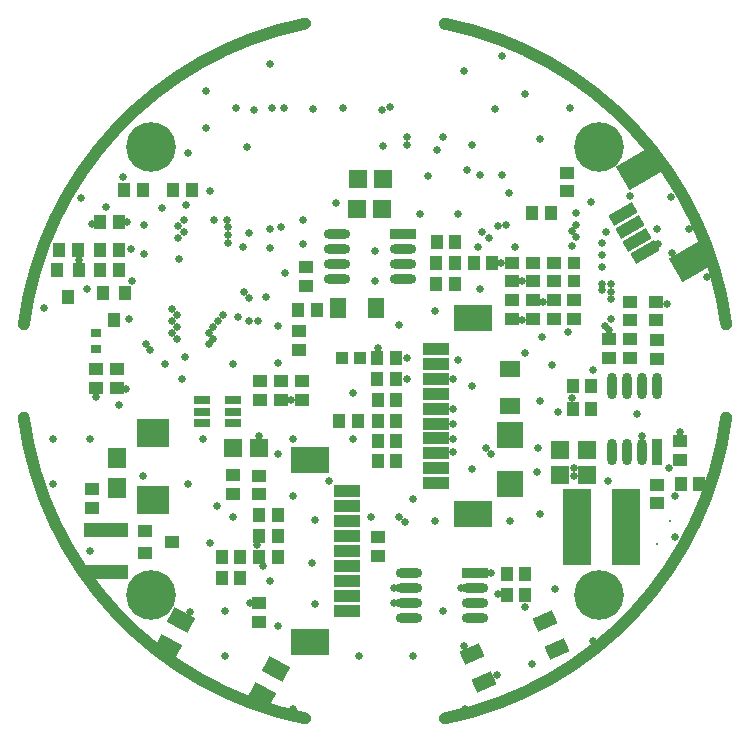
<source format=gbs>
%FSLAX44Y44*%
%MOMM*%
G71*
G01*
G75*
G04 Layer_Color=16711935*
%ADD10R,1.3500X0.3000*%
%ADD11R,1.3500X0.2500*%
%ADD12R,0.5000X1.7000*%
G04:AMPARAMS|DCode=13|XSize=0.32mm|YSize=1.7mm|CornerRadius=0.08mm|HoleSize=0mm|Usage=FLASHONLY|Rotation=0.000|XOffset=0mm|YOffset=0mm|HoleType=Round|Shape=RoundedRectangle|*
%AMROUNDEDRECTD13*
21,1,0.3200,1.5400,0,0,0.0*
21,1,0.1600,1.7000,0,0,0.0*
1,1,0.1600,0.0800,-0.7700*
1,1,0.1600,-0.0800,-0.7700*
1,1,0.1600,-0.0800,0.7700*
1,1,0.1600,0.0800,0.7700*
%
%ADD13ROUNDEDRECTD13*%
G04:AMPARAMS|DCode=14|XSize=1.5mm|YSize=0.8mm|CornerRadius=0mm|HoleSize=0mm|Usage=FLASHONLY|Rotation=330.000|XOffset=0mm|YOffset=0mm|HoleType=Round|Shape=Rectangle|*
%AMROTATEDRECTD14*
4,1,4,-0.8495,0.0286,-0.4495,0.7214,0.8495,-0.0286,0.4495,-0.7214,-0.8495,0.0286,0.0*
%
%ADD14ROTATEDRECTD14*%

G04:AMPARAMS|DCode=15|XSize=1.5mm|YSize=1mm|CornerRadius=0mm|HoleSize=0mm|Usage=FLASHONLY|Rotation=240.000|XOffset=0mm|YOffset=0mm|HoleType=Round|Shape=Rectangle|*
%AMROTATEDRECTD15*
4,1,4,-0.0580,0.8995,0.8080,0.3995,0.0580,-0.8995,-0.8080,-0.3995,-0.0580,0.8995,0.0*
%
%ADD15ROTATEDRECTD15*%

G04:AMPARAMS|DCode=16|XSize=3mm|YSize=2.1mm|CornerRadius=0mm|HoleSize=0mm|Usage=FLASHONLY|Rotation=203.500|XOffset=0mm|YOffset=0mm|HoleType=Round|Shape=Rectangle|*
%AMROTATEDRECTD16*
4,1,4,0.9569,1.5610,1.7943,-0.3648,-0.9569,-1.5610,-1.7943,0.3648,0.9569,1.5610,0.0*
%
%ADD16ROTATEDRECTD16*%

G04:AMPARAMS|DCode=17|XSize=2.1mm|YSize=0.8mm|CornerRadius=0mm|HoleSize=0mm|Usage=FLASHONLY|Rotation=203.500|XOffset=0mm|YOffset=0mm|HoleType=Round|Shape=Rectangle|*
%AMROTATEDRECTD17*
4,1,4,0.8034,0.7855,1.1224,0.0519,-0.8034,-0.7855,-1.1224,-0.0519,0.8034,0.7855,0.0*
%
%ADD17ROTATEDRECTD17*%

G04:AMPARAMS|DCode=18|XSize=1.2954mm|YSize=1.1938mm|CornerRadius=0mm|HoleSize=0mm|Usage=FLASHONLY|Rotation=344.000|XOffset=0mm|YOffset=0mm|HoleType=Round|Shape=Rectangle|*
%AMROTATEDRECTD18*
4,1,4,-0.7871,-0.3952,-0.4581,0.7523,0.7871,0.3952,0.4581,-0.7523,-0.7871,-0.3952,0.0*
%
%ADD18ROTATEDRECTD18*%

G04:AMPARAMS|DCode=19|XSize=1.2954mm|YSize=1.1938mm|CornerRadius=0mm|HoleSize=0mm|Usage=FLASHONLY|Rotation=325.000|XOffset=0mm|YOffset=0mm|HoleType=Round|Shape=Rectangle|*
%AMROTATEDRECTD19*
4,1,4,-0.8729,-0.1175,-0.1882,0.8605,0.8729,0.1175,0.1882,-0.8605,-0.8729,-0.1175,0.0*
%
%ADD19ROTATEDRECTD19*%

%ADD20C,0.6000*%
%ADD21C,0.2540*%
%ADD22C,1.0000*%
%ADD23C,0.4000*%
%ADD24C,0.3000*%
G04:AMPARAMS|DCode=25|XSize=4mm|YSize=4mm|CornerRadius=2mm|HoleSize=0mm|Usage=FLASHONLY|Rotation=0.000|XOffset=0mm|YOffset=0mm|HoleType=Round|Shape=RoundedRectangle|*
%AMROUNDEDRECTD25*
21,1,4.0000,0.0000,0,0,0.0*
21,1,0.0000,4.0000,0,0,0.0*
1,1,4.0000,0.0000,0.0000*
1,1,4.0000,0.0000,0.0000*
1,1,4.0000,0.0000,0.0000*
1,1,4.0000,0.0000,0.0000*
%
%ADD25ROUNDEDRECTD25*%
%ADD26C,0.0254*%
%ADD27C,0.4500*%
G04:AMPARAMS|DCode=28|XSize=3mm|YSize=2.1mm|CornerRadius=0mm|HoleSize=0mm|Usage=FLASHONLY|Rotation=210.000|XOffset=0mm|YOffset=0mm|HoleType=Round|Shape=Rectangle|*
%AMROTATEDRECTD28*
4,1,4,0.7740,1.6593,1.8240,-0.1593,-0.7740,-1.6593,-1.8240,0.1593,0.7740,1.6593,0.0*
%
%ADD28ROTATEDRECTD28*%

G04:AMPARAMS|DCode=29|XSize=2.1mm|YSize=0.8mm|CornerRadius=0mm|HoleSize=0mm|Usage=FLASHONLY|Rotation=210.000|XOffset=0mm|YOffset=0mm|HoleType=Round|Shape=Rectangle|*
%AMROTATEDRECTD29*
4,1,4,0.7093,0.8714,1.1093,0.1786,-0.7093,-0.8714,-1.1093,-0.1786,0.7093,0.8714,0.0*
%
%ADD29ROTATEDRECTD29*%

%ADD30R,0.8890X1.0160*%
%ADD31R,2.1000X0.8000*%
%ADD32R,3.0000X2.1000*%
%ADD33R,1.0160X0.8890*%
%ADD34R,1.3970X1.3970*%
%ADD35R,0.8128X0.8128*%
%ADD36R,1.3970X1.3970*%
%ADD37R,1.2700X0.5080*%
%ADD38R,0.8128X0.8128*%
%ADD39R,2.0320X0.6096*%
%ADD40O,2.0320X0.6096*%
%ADD41R,2.0000X2.0000*%
%ADD42R,0.6096X2.0320*%
%ADD43O,0.6096X2.0320*%
%ADD44R,2.5000X2.2000*%
%ADD45R,1.2954X1.6002*%
%ADD46R,1.2000X1.6000*%
%ADD47R,1.6000X1.2000*%
%ADD48R,2.1500X6.3000*%
G04:AMPARAMS|DCode=49|XSize=1.6mm|YSize=1mm|CornerRadius=0mm|HoleSize=0mm|Usage=FLASHONLY|Rotation=24.000|XOffset=0mm|YOffset=0mm|HoleType=Round|Shape=Rectangle|*
%AMROTATEDRECTD49*
4,1,4,-0.5275,-0.7822,-0.9342,0.1314,0.5275,0.7822,0.9342,-0.1314,-0.5275,-0.7822,0.0*
%
%ADD49ROTATEDRECTD49*%

G04:AMPARAMS|DCode=50|XSize=1.8mm|YSize=1.2mm|CornerRadius=0mm|HoleSize=0mm|Usage=FLASHONLY|Rotation=153.000|XOffset=0mm|YOffset=0mm|HoleType=Round|Shape=Rectangle|*
%AMROTATEDRECTD50*
4,1,4,1.0743,0.1260,0.5295,-0.9432,-1.0743,-0.1260,-0.5295,0.9432,1.0743,0.1260,0.0*
%
%ADD50ROTATEDRECTD50*%

%ADD51R,0.8128X1.0668*%
%ADD52R,0.7000X0.6000*%
%ADD53R,3.5000X1.0000*%
%ADD54R,1.0668X0.8128*%
%ADD55C,0.8000*%
%ADD56C,0.5000*%
%ADD57C,0.1200*%
%ADD58C,0.1000*%
%ADD59C,0.1501*%
%ADD60C,0.1500*%
%ADD61C,0.1250*%
%ADD62R,1.5532X0.5032*%
%ADD63R,1.5532X0.4532*%
%ADD64R,0.7032X1.9032*%
G04:AMPARAMS|DCode=65|XSize=0.5232mm|YSize=1.9032mm|CornerRadius=0.1816mm|HoleSize=0mm|Usage=FLASHONLY|Rotation=0.000|XOffset=0mm|YOffset=0mm|HoleType=Round|Shape=RoundedRectangle|*
%AMROUNDEDRECTD65*
21,1,0.5232,1.5400,0,0,0.0*
21,1,0.1600,1.9032,0,0,0.0*
1,1,0.3632,0.0800,-0.7700*
1,1,0.3632,-0.0800,-0.7700*
1,1,0.3632,-0.0800,0.7700*
1,1,0.3632,0.0800,0.7700*
%
%ADD65ROUNDEDRECTD65*%
G04:AMPARAMS|DCode=66|XSize=1.7032mm|YSize=1.0032mm|CornerRadius=0mm|HoleSize=0mm|Usage=FLASHONLY|Rotation=330.000|XOffset=0mm|YOffset=0mm|HoleType=Round|Shape=Rectangle|*
%AMROTATEDRECTD66*
4,1,4,-0.9883,-0.0086,-0.4867,0.8602,0.9883,0.0086,0.4867,-0.8602,-0.9883,-0.0086,0.0*
%
%ADD66ROTATEDRECTD66*%

G04:AMPARAMS|DCode=67|XSize=1.7032mm|YSize=1.2032mm|CornerRadius=0mm|HoleSize=0mm|Usage=FLASHONLY|Rotation=240.000|XOffset=0mm|YOffset=0mm|HoleType=Round|Shape=Rectangle|*
%AMROTATEDRECTD67*
4,1,4,-0.0952,1.0383,0.9468,0.4367,0.0952,-1.0383,-0.9468,-0.4367,-0.0952,1.0383,0.0*
%
%ADD67ROTATEDRECTD67*%

G04:AMPARAMS|DCode=68|XSize=3.2032mm|YSize=2.3032mm|CornerRadius=0mm|HoleSize=0mm|Usage=FLASHONLY|Rotation=203.500|XOffset=0mm|YOffset=0mm|HoleType=Round|Shape=Rectangle|*
%AMROTATEDRECTD68*
4,1,4,1.0096,1.6947,1.9280,-0.4174,-1.0096,-1.6947,-1.9280,0.4174,1.0096,1.6947,0.0*
%
%ADD68ROTATEDRECTD68*%

G04:AMPARAMS|DCode=69|XSize=2.3032mm|YSize=1.0032mm|CornerRadius=0mm|HoleSize=0mm|Usage=FLASHONLY|Rotation=203.500|XOffset=0mm|YOffset=0mm|HoleType=Round|Shape=Rectangle|*
%AMROTATEDRECTD69*
4,1,4,0.8561,0.9192,1.2561,-0.0008,-0.8561,-0.9192,-1.2561,0.0008,0.8561,0.9192,0.0*
%
%ADD69ROTATEDRECTD69*%

G04:AMPARAMS|DCode=70|XSize=1.4986mm|YSize=1.397mm|CornerRadius=0mm|HoleSize=0mm|Usage=FLASHONLY|Rotation=344.000|XOffset=0mm|YOffset=0mm|HoleType=Round|Shape=Rectangle|*
%AMROTATEDRECTD70*
4,1,4,-0.9128,-0.4649,-0.5277,0.8780,0.9128,0.4649,0.5277,-0.8780,-0.9128,-0.4649,0.0*
%
%ADD70ROTATEDRECTD70*%

G04:AMPARAMS|DCode=71|XSize=1.4986mm|YSize=1.397mm|CornerRadius=0mm|HoleSize=0mm|Usage=FLASHONLY|Rotation=325.000|XOffset=0mm|YOffset=0mm|HoleType=Round|Shape=Rectangle|*
%AMROTATEDRECTD71*
4,1,4,-1.0144,-0.1424,-0.2132,1.0020,1.0144,0.1424,0.2132,-1.0020,-1.0144,-0.1424,0.0*
%
%ADD71ROTATEDRECTD71*%

G04:AMPARAMS|DCode=72|XSize=4.2032mm|YSize=4.2032mm|CornerRadius=2.1016mm|HoleSize=0mm|Usage=FLASHONLY|Rotation=0.000|XOffset=0mm|YOffset=0mm|HoleType=Round|Shape=RoundedRectangle|*
%AMROUNDEDRECTD72*
21,1,4.2032,0.0000,0,0,0.0*
21,1,0.0000,4.2032,0,0,0.0*
1,1,4.2032,0.0000,0.0000*
1,1,4.2032,0.0000,0.0000*
1,1,4.2032,0.0000,0.0000*
1,1,4.2032,0.0000,0.0000*
%
%ADD72ROUNDEDRECTD72*%
%ADD73C,0.2286*%
%ADD74C,0.6532*%
G04:AMPARAMS|DCode=75|XSize=3.2032mm|YSize=2.3032mm|CornerRadius=0mm|HoleSize=0mm|Usage=FLASHONLY|Rotation=210.000|XOffset=0mm|YOffset=0mm|HoleType=Round|Shape=Rectangle|*
%AMROTATEDRECTD75*
4,1,4,0.8112,1.7981,1.9628,-0.1965,-0.8112,-1.7981,-1.9628,0.1965,0.8112,1.7981,0.0*
%
%ADD75ROTATEDRECTD75*%

G04:AMPARAMS|DCode=76|XSize=2.3032mm|YSize=1.0032mm|CornerRadius=0mm|HoleSize=0mm|Usage=FLASHONLY|Rotation=210.000|XOffset=0mm|YOffset=0mm|HoleType=Round|Shape=Rectangle|*
%AMROTATEDRECTD76*
4,1,4,0.7465,1.0102,1.2481,0.1414,-0.7465,-1.0102,-1.2481,-0.1414,0.7465,1.0102,0.0*
%
%ADD76ROTATEDRECTD76*%

%ADD77R,1.0922X1.2192*%
%ADD78R,2.3032X1.0032*%
%ADD79R,3.2032X2.3032*%
%ADD80R,1.2192X1.0922*%
%ADD81R,1.6002X1.6002*%
%ADD82R,1.0160X1.0160*%
%ADD83R,1.6002X1.6002*%
%ADD84R,1.4732X0.7112*%
%ADD85R,1.0160X1.0160*%
%ADD86R,2.2352X0.8128*%
%ADD87O,2.2352X0.8128*%
%ADD88R,2.2032X2.2032*%
%ADD89R,0.8128X2.2352*%
%ADD90O,0.8128X2.2352*%
%ADD91R,2.7032X2.4032*%
%ADD92R,1.4986X1.8034*%
%ADD93R,1.4032X1.8032*%
%ADD94R,1.8032X1.4032*%
%ADD95R,2.3532X6.5032*%
G04:AMPARAMS|DCode=96|XSize=1.8032mm|YSize=1.2032mm|CornerRadius=0mm|HoleSize=0mm|Usage=FLASHONLY|Rotation=24.000|XOffset=0mm|YOffset=0mm|HoleType=Round|Shape=Rectangle|*
%AMROTATEDRECTD96*
4,1,4,-0.5790,-0.9163,-1.0683,0.1829,0.5790,0.9163,1.0683,-0.1829,-0.5790,-0.9163,0.0*
%
%ADD96ROTATEDRECTD96*%

G04:AMPARAMS|DCode=97|XSize=2.0032mm|YSize=1.4032mm|CornerRadius=0mm|HoleSize=0mm|Usage=FLASHONLY|Rotation=153.000|XOffset=0mm|YOffset=0mm|HoleType=Round|Shape=Rectangle|*
%AMROTATEDRECTD97*
4,1,4,1.2109,0.1704,0.5739,-1.0798,-1.2109,-0.1704,-0.5739,1.0798,1.2109,0.1704,0.0*
%
%ADD97ROTATEDRECTD97*%

%ADD98R,1.0160X1.2700*%
%ADD99R,0.9032X0.8032*%
%ADD100R,3.7032X1.2032*%
%ADD101R,1.2700X1.0160*%
D22*
X-59189Y294103D02*
G03*
X-297380Y39563I59189J-294103D01*
G01*
X297385Y39521D02*
G03*
X59128Y294116I-297385J-39521D01*
G01*
X-297380Y-39563D02*
G03*
X-59128Y-294116I297380J39563D01*
G01*
X59097Y-294122D02*
G03*
X297407Y-39355I-59097J294122D01*
G01*
D72*
X-190000Y-190000D02*
D03*
X190000D02*
D03*
Y190000D02*
D03*
X-190000D02*
D03*
D73*
X249558Y-126917D02*
D03*
X238458Y-146143D02*
D03*
D74*
X239917Y107162D02*
D03*
X65850Y-57150D02*
D03*
Y-68580D02*
D03*
Y-44550D02*
D03*
Y-31750D02*
D03*
X199390Y73660D02*
D03*
X226401Y-54950D02*
D03*
X-280670Y53340D02*
D03*
X65750Y-6450D02*
D03*
X124460Y43500D02*
D03*
X106680Y91440D02*
D03*
X-194310Y22500D02*
D03*
X-190500Y17500D02*
D03*
X-140970Y22500D02*
D03*
X-106756Y116764D02*
D03*
X-88900Y120650D02*
D03*
X-79391Y121920D02*
D03*
X-171521Y52500D02*
D03*
X-167640Y37500D02*
D03*
X-137160D02*
D03*
X-140970Y32500D02*
D03*
X-137160Y27500D02*
D03*
X-171521Y32500D02*
D03*
X-88596Y104256D02*
D03*
X-167640Y27500D02*
D03*
Y47500D02*
D03*
X-171521Y42500D02*
D03*
X-128445Y47500D02*
D03*
X-133270Y42500D02*
D03*
X-111410Y104637D02*
D03*
X-60960Y128270D02*
D03*
X-106490Y42500D02*
D03*
X-99060D02*
D03*
X-92040Y63060D02*
D03*
X-161290Y12250D02*
D03*
X-124705Y108770D02*
D03*
X-177800Y6350D02*
D03*
X-125030Y127761D02*
D03*
X-124740Y121630D02*
D03*
X-124705Y115245D02*
D03*
X-115868Y45964D02*
D03*
X-106490Y61761D02*
D03*
X-111183Y67310D02*
D03*
X-166463Y122500D02*
D03*
X12500Y223720D02*
D03*
X6326Y220595D02*
D03*
X-161579Y117500D02*
D03*
X75649Y-232404D02*
D03*
X246978Y56470D02*
D03*
X-210820Y-15240D02*
D03*
X-206564Y102914D02*
D03*
X-236220Y-21930D02*
D03*
X-156877Y-203803D02*
D03*
X-240030Y124460D02*
D03*
X-95250Y-165100D02*
D03*
X16351Y-183783D02*
D03*
X-99790Y-147320D02*
D03*
X72390Y-183402D02*
D03*
X253926Y-105410D02*
D03*
X257810Y-51673D02*
D03*
X191770Y108500D02*
D03*
Y88500D02*
D03*
Y73500D02*
D03*
Y68500D02*
D03*
X199390Y61172D02*
D03*
Y67310D02*
D03*
X93980Y-64770D02*
D03*
X140970Y28500D02*
D03*
X170330Y113500D02*
D03*
X96425Y113030D02*
D03*
X104140Y-189175D02*
D03*
X170330Y133500D02*
D03*
X90170Y118110D02*
D03*
X97790Y-170609D02*
D03*
X195580Y118110D02*
D03*
X182880Y143129D02*
D03*
X77860Y170570D02*
D03*
X57150Y198365D02*
D03*
X88691Y166161D02*
D03*
X52500Y187530D02*
D03*
X170330Y123500D02*
D03*
X110800D02*
D03*
X104180Y122830D02*
D03*
X166370Y118500D02*
D03*
X-213317Y163935D02*
D03*
X-133740Y-114400D02*
D03*
X163075Y33020D02*
D03*
X98520Y-70040D02*
D03*
X27500Y198120D02*
D03*
X-180750Y138430D02*
D03*
X20701Y-123190D02*
D03*
X-250385Y93980D02*
D03*
X113520Y151130D02*
D03*
X238760Y120650D02*
D03*
X191770Y98500D02*
D03*
X142320Y58500D02*
D03*
X124576Y76047D02*
D03*
X87179Y105410D02*
D03*
X-98425Y-54864D02*
D03*
X-205740Y76047D02*
D03*
X82307Y-12700D02*
D03*
X69850Y9170D02*
D03*
X127000Y15240D02*
D03*
X139414Y-25400D02*
D03*
X167195Y-22860D02*
D03*
X222112Y-35987D02*
D03*
X197361Y-92710D02*
D03*
X154940Y-35084D02*
D03*
X248784Y-82220D02*
D03*
X168156Y-88774D02*
D03*
X103025Y-257699D02*
D03*
X127381Y-200198D02*
D03*
X-159932Y140735D02*
D03*
X-209867Y126230D02*
D03*
X-166463Y112500D02*
D03*
X-228004Y138970D02*
D03*
X-195580Y99060D02*
D03*
X-117784Y222448D02*
D03*
X-87630Y222610D02*
D03*
X-77470D02*
D03*
X-27506D02*
D03*
X-143510Y236827D02*
D03*
Y205740D02*
D03*
X6700Y190500D02*
D03*
X82000Y191612D02*
D03*
X75503Y254000D02*
D03*
X199797Y44450D02*
D03*
X137701Y-64770D02*
D03*
X137080Y-85090D02*
D03*
X82170Y-82550D02*
D03*
X50800Y-127006D02*
D03*
X31750Y-107937D02*
D03*
X-19050Y-57150D02*
D03*
Y-18850D02*
D03*
X198040Y34770D02*
D03*
X25400Y-127889D02*
D03*
X-88596Y260350D02*
D03*
X69953Y133350D02*
D03*
X38100Y133294D02*
D03*
X161Y101644D02*
D03*
Y76047D02*
D03*
X50800Y50980D02*
D03*
X88900Y69858D02*
D03*
X-50800Y-125730D02*
D03*
X-82515Y-69850D02*
D03*
X-69850Y-57150D02*
D03*
X-146050D02*
D03*
X-196850Y-88774D02*
D03*
X-273050Y-57150D02*
D03*
Y-95250D02*
D03*
X-241300Y-152400D02*
D03*
X-241306Y-57150D02*
D03*
X-127000Y-203200D02*
D03*
Y-241300D02*
D03*
X-13176D02*
D03*
X32115D02*
D03*
X133206Y-247650D02*
D03*
X57150Y-203200D02*
D03*
X-50653Y-196850D02*
D03*
X-88706Y-177800D02*
D03*
X-139700Y-145796D02*
D03*
X152400Y-184678D02*
D03*
X114279Y-127006D02*
D03*
X-120650Y6350D02*
D03*
X-82500Y6630D02*
D03*
Y38100D02*
D03*
X-76200Y82600D02*
D03*
X-33020Y142240D02*
D03*
X-139694Y152400D02*
D03*
X-158750Y184264D02*
D03*
X-108770Y189720D02*
D03*
X118623Y105083D02*
D03*
X166370Y105461D02*
D03*
X280670Y79605D02*
D03*
X250433Y147219D02*
D03*
X165100Y222444D02*
D03*
X107773Y266700D02*
D03*
X184150Y1270D02*
D03*
X254204Y-140234D02*
D03*
X184150Y-228600D02*
D03*
X75799Y-285750D02*
D03*
X-69850D02*
D03*
X139990Y196850D02*
D03*
X101646Y221632D02*
D03*
X-69850Y-105410D02*
D03*
X-39370Y-93118D02*
D03*
X-120457Y-123190D02*
D03*
X-158470Y-95250D02*
D03*
X-217170Y-28670D02*
D03*
X-163447Y-6350D02*
D03*
X-195586Y123776D02*
D03*
X-208280Y44450D02*
D03*
X-243698Y69850D02*
D03*
X-71120Y-24130D02*
D03*
X-248718Y146465D02*
D03*
X139700Y-120650D02*
D03*
X107773Y166292D02*
D03*
X27150Y11049D02*
D03*
X20656Y39370D02*
D03*
X-166370Y95266D02*
D03*
X-136604Y127761D02*
D03*
X-60698Y107950D02*
D03*
X-52500Y222200D02*
D03*
X-102870Y221222D02*
D03*
X265430Y120666D02*
D03*
X251569Y100330D02*
D03*
X44450Y164885D02*
D03*
X-106221Y-196469D02*
D03*
X-53718Y-162334D02*
D03*
X16351Y-196010D02*
D03*
X194710Y38100D02*
D03*
X168156Y-82220D02*
D03*
X27500Y191060D02*
D03*
Y-6450D02*
D03*
X2540Y19611D02*
D03*
X-82550Y-215900D02*
D03*
X149860Y5080D02*
D03*
X215900Y148590D02*
D03*
X-161579Y127500D02*
D03*
X-3810Y-123858D02*
D03*
X127000Y234950D02*
D03*
D75*
X223333Y171181D02*
D03*
X268333Y93239D02*
D03*
D76*
X228362Y100472D02*
D03*
X222112Y111297D02*
D03*
X215862Y122123D02*
D03*
X209612Y132948D02*
D03*
D77*
X-129921Y-175260D02*
D03*
X-113919D02*
D03*
Y-157480D02*
D03*
X-129921D02*
D03*
X-98171Y-121920D02*
D03*
X-82169D02*
D03*
X-98171Y-157480D02*
D03*
X-82169D02*
D03*
X-98171Y-139700D02*
D03*
X-82169D02*
D03*
X18161Y-76200D02*
D03*
X2159D02*
D03*
X-30713Y-41910D02*
D03*
X-14711D02*
D03*
X18161D02*
D03*
X2159D02*
D03*
X18161Y-24130D02*
D03*
X2159D02*
D03*
X18161Y-59050D02*
D03*
X2159D02*
D03*
X111379Y-189230D02*
D03*
X127381D02*
D03*
X1619Y-6450D02*
D03*
X17621D02*
D03*
X83439Y91440D02*
D03*
X99441D02*
D03*
X68001D02*
D03*
X51999D02*
D03*
X68001Y73660D02*
D03*
X51999D02*
D03*
X68115Y109220D02*
D03*
X52113D02*
D03*
X-49149Y52070D02*
D03*
X-65151D02*
D03*
X-232791Y126230D02*
D03*
X-216789D02*
D03*
X17421Y11430D02*
D03*
X1419D02*
D03*
X274701Y-95250D02*
D03*
X258699D02*
D03*
X-196850Y153670D02*
D03*
X-212852D02*
D03*
X-216789Y85738D02*
D03*
X-232791D02*
D03*
X167259Y-31750D02*
D03*
X183261D02*
D03*
X-216789Y102870D02*
D03*
X-232791D02*
D03*
X-251871D02*
D03*
X-267873D02*
D03*
X111379Y-171450D02*
D03*
X127381D02*
D03*
X148971Y133500D02*
D03*
X132969D02*
D03*
X167259Y-12700D02*
D03*
X183261D02*
D03*
X-170744Y153670D02*
D03*
X-154741D02*
D03*
D78*
X52000Y18950D02*
D03*
Y6250D02*
D03*
Y-69750D02*
D03*
Y-31850D02*
D03*
Y-44550D02*
D03*
Y-57050D02*
D03*
Y-19150D02*
D03*
Y-6450D02*
D03*
Y-82450D02*
D03*
Y-95150D02*
D03*
X-23870Y-203100D02*
D03*
Y-101700D02*
D03*
Y-114400D02*
D03*
Y-190400D02*
D03*
Y-177700D02*
D03*
Y-139800D02*
D03*
Y-152300D02*
D03*
Y-165000D02*
D03*
Y-127100D02*
D03*
D79*
X83000Y45000D02*
D03*
Y-121200D02*
D03*
X-54870Y-229150D02*
D03*
Y-75650D02*
D03*
D80*
X215900Y58801D02*
D03*
Y42799D02*
D03*
X115570Y44069D02*
D03*
Y60071D02*
D03*
X168341Y44069D02*
D03*
Y60071D02*
D03*
X151130Y75819D02*
D03*
Y91821D02*
D03*
X133350Y60071D02*
D03*
Y44069D02*
D03*
X-120350Y-103931D02*
D03*
Y-87929D02*
D03*
X-97790Y-8509D02*
D03*
Y-24511D02*
D03*
X-64770Y17789D02*
D03*
Y33791D02*
D03*
X238760Y-112141D02*
D03*
Y-96139D02*
D03*
X238552Y26251D02*
D03*
Y10249D02*
D03*
X-240030Y-99949D02*
D03*
Y-115951D02*
D03*
X133350Y75819D02*
D03*
Y91821D02*
D03*
X115570D02*
D03*
Y75819D02*
D03*
X151130Y44069D02*
D03*
Y60071D02*
D03*
X-62230Y-24511D02*
D03*
Y-8509D02*
D03*
X-80010Y-24511D02*
D03*
Y-8509D02*
D03*
X-218440Y-14351D02*
D03*
Y1651D02*
D03*
X237490Y58801D02*
D03*
Y42799D02*
D03*
X-98171Y-196469D02*
D03*
Y-212471D02*
D03*
X-236220Y-14351D02*
D03*
Y1651D02*
D03*
X258134Y-75305D02*
D03*
Y-59303D02*
D03*
X162560Y152019D02*
D03*
Y168021D02*
D03*
X215753Y27051D02*
D03*
Y11049D02*
D03*
X198120Y27051D02*
D03*
Y11049D02*
D03*
X2540Y-140589D02*
D03*
Y-156591D02*
D03*
X-98171Y-104521D02*
D03*
Y-88519D02*
D03*
X-58420Y72009D02*
D03*
Y88011D02*
D03*
D81*
X156210Y-66675D02*
D03*
Y-88265D02*
D03*
X179070Y-66675D02*
D03*
Y-88265D02*
D03*
D82*
X168341Y91440D02*
D03*
Y76200D02*
D03*
D83*
X-120015Y-64770D02*
D03*
X-98425D02*
D03*
X-15265Y137160D02*
D03*
X6326D02*
D03*
X-14605Y162560D02*
D03*
X6985D02*
D03*
D84*
X-120350Y-43790D02*
D03*
Y-34290D02*
D03*
Y-24790D02*
D03*
X-146350D02*
D03*
Y-34290D02*
D03*
Y-43790D02*
D03*
D85*
X-27940Y11430D02*
D03*
X-12700D02*
D03*
D86*
X23990Y115911D02*
D03*
X84950Y-170609D02*
D03*
D87*
X23990Y103210D02*
D03*
Y90511D02*
D03*
Y77811D02*
D03*
X-31890D02*
D03*
Y90511D02*
D03*
Y103210D02*
D03*
Y115911D02*
D03*
X84950Y-183309D02*
D03*
Y-196010D02*
D03*
Y-208710D02*
D03*
X29070D02*
D03*
Y-196010D02*
D03*
Y-183309D02*
D03*
Y-170609D02*
D03*
D88*
X114300Y-53930D02*
D03*
Y-95930D02*
D03*
D89*
X239100Y-68440D02*
D03*
D90*
X226401D02*
D03*
X213701D02*
D03*
X201000D02*
D03*
Y-12560D02*
D03*
X213701D02*
D03*
X226401D02*
D03*
X239100D02*
D03*
D91*
X-187960Y-109070D02*
D03*
Y-52070D02*
D03*
D92*
X-218440Y-99060D02*
D03*
Y-73660D02*
D03*
D93*
X760Y53340D02*
D03*
X-31240D02*
D03*
D94*
X114600Y-29970D02*
D03*
Y2030D02*
D03*
D95*
X212520Y-132080D02*
D03*
X171020D02*
D03*
D96*
X154336Y-235263D02*
D03*
X144005Y-212059D02*
D03*
X81884Y-239717D02*
D03*
X92215Y-262921D02*
D03*
D97*
X-83907Y-251882D02*
D03*
X-95438Y-274514D02*
D03*
X-175629Y-233655D02*
D03*
X-164098Y-211023D02*
D03*
D98*
X-221031Y43218D02*
D03*
X-211493Y66154D02*
D03*
X-230569D02*
D03*
X-259923Y62268D02*
D03*
X-250385Y85204D02*
D03*
X-269461D02*
D03*
D99*
X-236220Y32500D02*
D03*
Y18300D02*
D03*
D100*
X-227510Y-170180D02*
D03*
Y-134180D02*
D03*
D101*
X-171488Y-144831D02*
D03*
X-194424Y-135293D02*
D03*
Y-154368D02*
D03*
M02*

</source>
